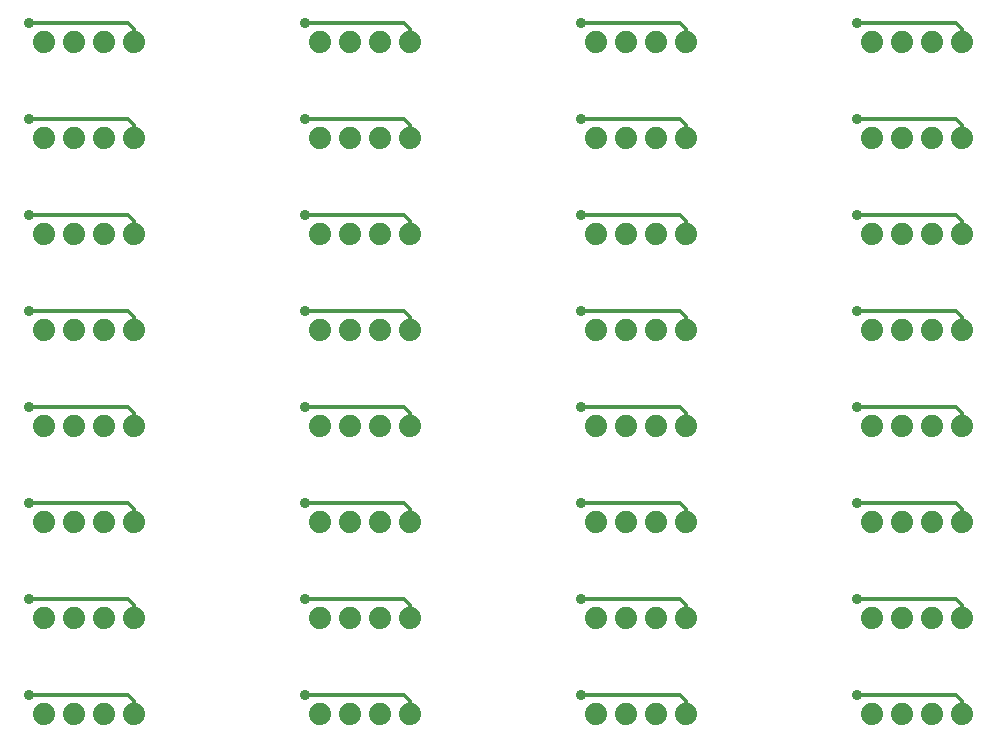
<source format=gbl>
G75*
%MOIN*%
%OFA0B0*%
%FSLAX25Y25*%
%IPPOS*%
%LPD*%
%AMOC8*
5,1,8,0,0,1.08239X$1,22.5*
%
%ADD10C,0.07400*%
%ADD11C,0.03500*%
%ADD12C,0.01200*%
D10*
X0079500Y0098333D03*
X0089500Y0098333D03*
X0099500Y0098333D03*
X0109500Y0098333D03*
X0109500Y0130333D03*
X0099500Y0130333D03*
X0089500Y0130333D03*
X0079500Y0130333D03*
X0079500Y0162333D03*
X0089500Y0162333D03*
X0099500Y0162333D03*
X0109500Y0162333D03*
X0109500Y0194333D03*
X0099500Y0194333D03*
X0089500Y0194333D03*
X0079500Y0194333D03*
X0079500Y0226333D03*
X0089500Y0226333D03*
X0099500Y0226333D03*
X0109500Y0226333D03*
X0109500Y0258333D03*
X0099500Y0258333D03*
X0089500Y0258333D03*
X0079500Y0258333D03*
X0079500Y0290333D03*
X0089500Y0290333D03*
X0099500Y0290333D03*
X0109500Y0290333D03*
X0109500Y0322333D03*
X0099500Y0322333D03*
X0089500Y0322333D03*
X0079500Y0322333D03*
X0171500Y0322333D03*
X0181500Y0322333D03*
X0191500Y0322333D03*
X0201500Y0322333D03*
X0201500Y0290333D03*
X0191500Y0290333D03*
X0181500Y0290333D03*
X0171500Y0290333D03*
X0171500Y0258333D03*
X0181500Y0258333D03*
X0191500Y0258333D03*
X0201500Y0258333D03*
X0201500Y0226333D03*
X0191500Y0226333D03*
X0181500Y0226333D03*
X0171500Y0226333D03*
X0171500Y0194333D03*
X0181500Y0194333D03*
X0191500Y0194333D03*
X0201500Y0194333D03*
X0201500Y0162333D03*
X0191500Y0162333D03*
X0181500Y0162333D03*
X0171500Y0162333D03*
X0171500Y0130333D03*
X0181500Y0130333D03*
X0191500Y0130333D03*
X0201500Y0130333D03*
X0201500Y0098333D03*
X0191500Y0098333D03*
X0181500Y0098333D03*
X0171500Y0098333D03*
X0263500Y0098333D03*
X0273500Y0098333D03*
X0283500Y0098333D03*
X0293500Y0098333D03*
X0293500Y0130333D03*
X0283500Y0130333D03*
X0273500Y0130333D03*
X0263500Y0130333D03*
X0263500Y0162333D03*
X0273500Y0162333D03*
X0283500Y0162333D03*
X0293500Y0162333D03*
X0293500Y0194333D03*
X0283500Y0194333D03*
X0273500Y0194333D03*
X0263500Y0194333D03*
X0263500Y0226333D03*
X0273500Y0226333D03*
X0283500Y0226333D03*
X0293500Y0226333D03*
X0293500Y0258333D03*
X0283500Y0258333D03*
X0273500Y0258333D03*
X0263500Y0258333D03*
X0263500Y0290333D03*
X0273500Y0290333D03*
X0283500Y0290333D03*
X0293500Y0290333D03*
X0293500Y0322333D03*
X0283500Y0322333D03*
X0273500Y0322333D03*
X0263500Y0322333D03*
X0355500Y0322333D03*
X0365500Y0322333D03*
X0375500Y0322333D03*
X0385500Y0322333D03*
X0385500Y0290333D03*
X0375500Y0290333D03*
X0365500Y0290333D03*
X0355500Y0290333D03*
X0355500Y0258333D03*
X0365500Y0258333D03*
X0375500Y0258333D03*
X0385500Y0258333D03*
X0385500Y0226333D03*
X0375500Y0226333D03*
X0365500Y0226333D03*
X0355500Y0226333D03*
X0355500Y0194333D03*
X0365500Y0194333D03*
X0375500Y0194333D03*
X0385500Y0194333D03*
X0385500Y0162333D03*
X0375500Y0162333D03*
X0365500Y0162333D03*
X0355500Y0162333D03*
X0355500Y0130333D03*
X0365500Y0130333D03*
X0375500Y0130333D03*
X0385500Y0130333D03*
X0385500Y0098333D03*
X0375500Y0098333D03*
X0365500Y0098333D03*
X0355500Y0098333D03*
D11*
X0350500Y0104833D03*
X0350500Y0136833D03*
X0350500Y0168833D03*
X0350500Y0200833D03*
X0350500Y0232833D03*
X0350500Y0264833D03*
X0350500Y0296833D03*
X0350500Y0328833D03*
X0258500Y0328833D03*
X0258500Y0296833D03*
X0258500Y0264833D03*
X0258500Y0232833D03*
X0258500Y0200833D03*
X0258500Y0168833D03*
X0258500Y0136833D03*
X0258500Y0104833D03*
X0166500Y0104833D03*
X0166500Y0136833D03*
X0166500Y0168833D03*
X0166500Y0200833D03*
X0166500Y0232833D03*
X0166500Y0264833D03*
X0166500Y0296833D03*
X0166500Y0328833D03*
X0074500Y0328833D03*
X0074500Y0296833D03*
X0074500Y0264833D03*
X0074500Y0232833D03*
X0074500Y0200833D03*
X0074500Y0168833D03*
X0074500Y0136833D03*
X0074500Y0104833D03*
D12*
X0107500Y0104833D01*
X0109500Y0102833D01*
X0109500Y0098333D01*
X0109500Y0130333D02*
X0109500Y0134833D01*
X0107500Y0136833D01*
X0074500Y0136833D01*
X0109500Y0162333D02*
X0109500Y0166833D01*
X0107500Y0168833D01*
X0074500Y0168833D01*
X0109500Y0194333D02*
X0109500Y0198833D01*
X0107500Y0200833D01*
X0074500Y0200833D01*
X0109500Y0226333D02*
X0109500Y0230833D01*
X0107500Y0232833D01*
X0074500Y0232833D01*
X0109500Y0258333D02*
X0109500Y0262833D01*
X0107500Y0264833D01*
X0074500Y0264833D01*
X0109500Y0290333D02*
X0109500Y0294833D01*
X0107500Y0296833D01*
X0074500Y0296833D01*
X0109500Y0322333D02*
X0109500Y0326833D01*
X0107500Y0328833D01*
X0074500Y0328833D01*
X0166500Y0328833D02*
X0199500Y0328833D01*
X0201500Y0326833D01*
X0201500Y0322333D01*
X0199500Y0296833D02*
X0201500Y0294833D01*
X0201500Y0290333D01*
X0199500Y0296833D02*
X0166500Y0296833D01*
X0166500Y0264833D02*
X0199500Y0264833D01*
X0201500Y0262833D01*
X0201500Y0258333D01*
X0199500Y0232833D02*
X0166500Y0232833D01*
X0199500Y0232833D02*
X0201500Y0230833D01*
X0201500Y0226333D01*
X0199500Y0200833D02*
X0166500Y0200833D01*
X0199500Y0200833D02*
X0201500Y0198833D01*
X0201500Y0194333D01*
X0199500Y0168833D02*
X0201500Y0166833D01*
X0201500Y0162333D01*
X0199500Y0168833D02*
X0166500Y0168833D01*
X0166500Y0136833D02*
X0199500Y0136833D01*
X0201500Y0134833D01*
X0201500Y0130333D01*
X0199500Y0104833D02*
X0201500Y0102833D01*
X0201500Y0098333D01*
X0199500Y0104833D02*
X0166500Y0104833D01*
X0258500Y0104833D02*
X0291500Y0104833D01*
X0293500Y0102833D01*
X0293500Y0098333D01*
X0293500Y0130333D02*
X0293500Y0134833D01*
X0291500Y0136833D01*
X0258500Y0136833D01*
X0293500Y0162333D02*
X0293500Y0166833D01*
X0291500Y0168833D01*
X0258500Y0168833D01*
X0293500Y0194333D02*
X0293500Y0198833D01*
X0291500Y0200833D01*
X0258500Y0200833D01*
X0293500Y0226333D02*
X0293500Y0230833D01*
X0291500Y0232833D01*
X0258500Y0232833D01*
X0293500Y0258333D02*
X0293500Y0262833D01*
X0291500Y0264833D01*
X0258500Y0264833D01*
X0293500Y0290333D02*
X0293500Y0294833D01*
X0291500Y0296833D01*
X0258500Y0296833D01*
X0293500Y0322333D02*
X0293500Y0326833D01*
X0291500Y0328833D01*
X0258500Y0328833D01*
X0350500Y0328833D02*
X0383500Y0328833D01*
X0385500Y0326833D01*
X0385500Y0322333D01*
X0383500Y0296833D02*
X0350500Y0296833D01*
X0383500Y0296833D02*
X0385500Y0294833D01*
X0385500Y0290333D01*
X0383500Y0264833D02*
X0350500Y0264833D01*
X0383500Y0264833D02*
X0385500Y0262833D01*
X0385500Y0258333D01*
X0383500Y0232833D02*
X0350500Y0232833D01*
X0383500Y0232833D02*
X0385500Y0230833D01*
X0385500Y0226333D01*
X0383500Y0200833D02*
X0350500Y0200833D01*
X0383500Y0200833D02*
X0385500Y0198833D01*
X0385500Y0194333D01*
X0383500Y0168833D02*
X0350500Y0168833D01*
X0383500Y0168833D02*
X0385500Y0166833D01*
X0385500Y0162333D01*
X0383500Y0136833D02*
X0350500Y0136833D01*
X0383500Y0136833D02*
X0385500Y0134833D01*
X0385500Y0130333D01*
X0383500Y0104833D02*
X0350500Y0104833D01*
X0383500Y0104833D02*
X0385500Y0102833D01*
X0385500Y0098333D01*
M02*

</source>
